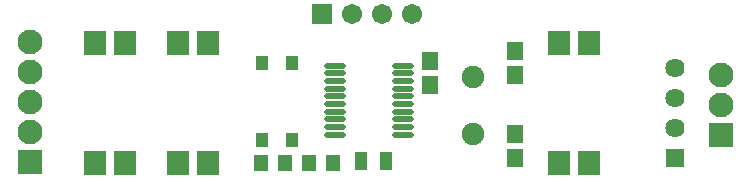
<source format=gts>
G04*
G04 #@! TF.GenerationSoftware,Altium Limited,Altium Designer,20.1.8 (145)*
G04*
G04 Layer_Color=8388736*
%FSLAX25Y25*%
%MOIN*%
G70*
G04*
G04 #@! TF.SameCoordinates,ADFB47FA-FD8B-4379-A6DC-C8A90555AE01*
G04*
G04*
G04 #@! TF.FilePolarity,Negative*
G04*
G01*
G75*
%ADD21R,0.03943X0.05120*%
%ADD22R,0.07487X0.08274*%
%ADD23R,0.04859X0.05821*%
%ADD24R,0.05715X0.05951*%
%ADD25O,0.07258X0.01833*%
%ADD26R,0.04337X0.05910*%
%ADD27C,0.08268*%
%ADD28R,0.08268X0.08268*%
%ADD29C,0.07487*%
%ADD30C,0.06706*%
%ADD31R,0.06706X0.06706*%
%ADD32C,0.06400*%
%ADD33R,0.06400X0.06400*%
%ADD34C,0.02800*%
D21*
X675000Y326595D02*
D03*
X665000D02*
D03*
Y301005D02*
D03*
X675000D02*
D03*
D22*
X619310Y333338D02*
D03*
X609310D02*
D03*
Y293180D02*
D03*
X619310D02*
D03*
X646904Y333379D02*
D03*
X636903D02*
D03*
Y293221D02*
D03*
X646904D02*
D03*
X763950D02*
D03*
X773950D02*
D03*
Y333379D02*
D03*
X763950D02*
D03*
D23*
X688637Y293206D02*
D03*
X680763D02*
D03*
X672700D02*
D03*
X664826D02*
D03*
D24*
X721100Y327237D02*
D03*
Y319363D02*
D03*
X749300Y322663D02*
D03*
Y330537D02*
D03*
Y302837D02*
D03*
Y294963D02*
D03*
D25*
X689356Y325744D02*
D03*
Y323185D02*
D03*
Y320626D02*
D03*
Y318067D02*
D03*
Y315508D02*
D03*
Y312949D02*
D03*
Y310389D02*
D03*
Y307830D02*
D03*
Y305271D02*
D03*
Y302712D02*
D03*
X711962Y325744D02*
D03*
Y323185D02*
D03*
Y320626D02*
D03*
Y318067D02*
D03*
Y315508D02*
D03*
Y312949D02*
D03*
Y310389D02*
D03*
Y307830D02*
D03*
Y305271D02*
D03*
Y302712D02*
D03*
D26*
X706435Y293900D02*
D03*
X698165D02*
D03*
D27*
X818100Y322500D02*
D03*
Y312500D02*
D03*
X587800Y333475D02*
D03*
Y323475D02*
D03*
Y313475D02*
D03*
Y303475D02*
D03*
D28*
X818100Y302500D02*
D03*
X587800Y293475D02*
D03*
D29*
X735200Y322106D02*
D03*
Y302894D02*
D03*
D30*
X715000Y342900D02*
D03*
X705000D02*
D03*
X695000D02*
D03*
D31*
X685000D02*
D03*
D32*
X802800Y324900D02*
D03*
Y314900D02*
D03*
Y304900D02*
D03*
D33*
Y294900D02*
D03*
D34*
X646904Y293221D02*
D03*
M02*

</source>
